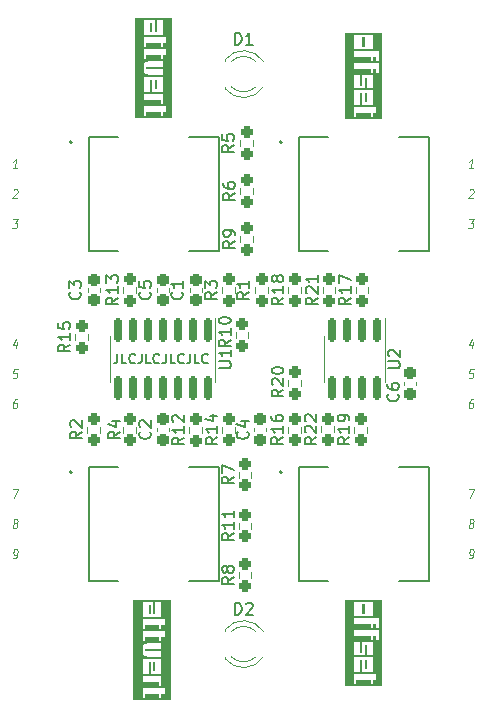
<source format=gbr>
%TF.GenerationSoftware,KiCad,Pcbnew,(6.0.9-0)*%
%TF.CreationDate,2024-03-22T17:08:36+01:00*%
%TF.ProjectId,attenuverters,61747465-6e75-4766-9572-746572732e6b,rev?*%
%TF.SameCoordinates,Original*%
%TF.FileFunction,Legend,Top*%
%TF.FilePolarity,Positive*%
%FSLAX46Y46*%
G04 Gerber Fmt 4.6, Leading zero omitted, Abs format (unit mm)*
G04 Created by KiCad (PCBNEW (6.0.9-0)) date 2024-03-22 17:08:36*
%MOMM*%
%LPD*%
G01*
G04 APERTURE LIST*
G04 Aperture macros list*
%AMRoundRect*
0 Rectangle with rounded corners*
0 $1 Rounding radius*
0 $2 $3 $4 $5 $6 $7 $8 $9 X,Y pos of 4 corners*
0 Add a 4 corners polygon primitive as box body*
4,1,4,$2,$3,$4,$5,$6,$7,$8,$9,$2,$3,0*
0 Add four circle primitives for the rounded corners*
1,1,$1+$1,$2,$3*
1,1,$1+$1,$4,$5*
1,1,$1+$1,$6,$7*
1,1,$1+$1,$8,$9*
0 Add four rect primitives between the rounded corners*
20,1,$1+$1,$2,$3,$4,$5,0*
20,1,$1+$1,$4,$5,$6,$7,0*
20,1,$1+$1,$6,$7,$8,$9,0*
20,1,$1+$1,$8,$9,$2,$3,0*%
G04 Aperture macros list end*
%ADD10C,0.150000*%
%ADD11C,0.120000*%
%ADD12C,0.100000*%
%ADD13C,0.127000*%
%ADD14C,0.200000*%
%ADD15RoundRect,0.237500X-0.237500X0.250000X-0.237500X-0.250000X0.237500X-0.250000X0.237500X0.250000X0*%
%ADD16RoundRect,0.237500X0.237500X-0.250000X0.237500X0.250000X-0.237500X0.250000X-0.237500X-0.250000X0*%
%ADD17RoundRect,0.237500X0.237500X-0.300000X0.237500X0.300000X-0.237500X0.300000X-0.237500X-0.300000X0*%
%ADD18R,1.800000X1.800000*%
%ADD19C,1.800000*%
%ADD20R,1.700000X1.700000*%
%ADD21O,1.700000X1.700000*%
%ADD22O,5.400000X2.700000*%
%ADD23C,3.200000*%
%ADD24RoundRect,0.237500X-0.237500X0.300000X-0.237500X-0.300000X0.237500X-0.300000X0.237500X0.300000X0*%
%ADD25C,5.500000*%
%ADD26RoundRect,0.150000X-0.150000X0.825000X-0.150000X-0.825000X0.150000X-0.825000X0.150000X0.825000X0*%
G04 APERTURE END LIST*
D10*
X9639761Y-28771904D02*
X9639761Y-29343333D01*
X9601666Y-29457619D01*
X9525476Y-29533809D01*
X9411190Y-29571904D01*
X9335000Y-29571904D01*
X10401666Y-29571904D02*
X10020714Y-29571904D01*
X10020714Y-28771904D01*
X11125476Y-29495714D02*
X11087380Y-29533809D01*
X10973095Y-29571904D01*
X10896904Y-29571904D01*
X10782619Y-29533809D01*
X10706428Y-29457619D01*
X10668333Y-29381428D01*
X10630238Y-29229047D01*
X10630238Y-29114761D01*
X10668333Y-28962380D01*
X10706428Y-28886190D01*
X10782619Y-28810000D01*
X10896904Y-28771904D01*
X10973095Y-28771904D01*
X11087380Y-28810000D01*
X11125476Y-28848095D01*
X11696904Y-28771904D02*
X11696904Y-29343333D01*
X11658809Y-29457619D01*
X11582619Y-29533809D01*
X11468333Y-29571904D01*
X11392142Y-29571904D01*
X12458809Y-29571904D02*
X12077857Y-29571904D01*
X12077857Y-28771904D01*
X13182619Y-29495714D02*
X13144523Y-29533809D01*
X13030238Y-29571904D01*
X12954047Y-29571904D01*
X12839761Y-29533809D01*
X12763571Y-29457619D01*
X12725476Y-29381428D01*
X12687380Y-29229047D01*
X12687380Y-29114761D01*
X12725476Y-28962380D01*
X12763571Y-28886190D01*
X12839761Y-28810000D01*
X12954047Y-28771904D01*
X13030238Y-28771904D01*
X13144523Y-28810000D01*
X13182619Y-28848095D01*
X13754047Y-28771904D02*
X13754047Y-29343333D01*
X13715952Y-29457619D01*
X13639761Y-29533809D01*
X13525476Y-29571904D01*
X13449285Y-29571904D01*
X14515952Y-29571904D02*
X14135000Y-29571904D01*
X14135000Y-28771904D01*
X15239761Y-29495714D02*
X15201666Y-29533809D01*
X15087380Y-29571904D01*
X15011190Y-29571904D01*
X14896904Y-29533809D01*
X14820714Y-29457619D01*
X14782619Y-29381428D01*
X14744523Y-29229047D01*
X14744523Y-29114761D01*
X14782619Y-28962380D01*
X14820714Y-28886190D01*
X14896904Y-28810000D01*
X15011190Y-28771904D01*
X15087380Y-28771904D01*
X15201666Y-28810000D01*
X15239761Y-28848095D01*
X15811190Y-28771904D02*
X15811190Y-29343333D01*
X15773095Y-29457619D01*
X15696904Y-29533809D01*
X15582619Y-29571904D01*
X15506428Y-29571904D01*
X16573095Y-29571904D02*
X16192142Y-29571904D01*
X16192142Y-28771904D01*
X17296904Y-29495714D02*
X17258809Y-29533809D01*
X17144523Y-29571904D01*
X17068333Y-29571904D01*
X16954047Y-29533809D01*
X16877857Y-29457619D01*
X16839761Y-29381428D01*
X16801666Y-29229047D01*
X16801666Y-29114761D01*
X16839761Y-28962380D01*
X16877857Y-28886190D01*
X16954047Y-28810000D01*
X17068333Y-28771904D01*
X17144523Y-28771904D01*
X17258809Y-28810000D01*
X17296904Y-28848095D01*
D11*
X39719690Y-13061904D02*
X39376833Y-13061904D01*
X39548261Y-13061904D02*
X39648261Y-12261904D01*
X39576833Y-12376190D01*
X39510166Y-12452380D01*
X39448261Y-12490476D01*
D12*
X940261Y-43084761D02*
X887880Y-43046666D01*
X864071Y-43008571D01*
X845023Y-42932380D01*
X849785Y-42894285D01*
X887880Y-42818095D01*
X921214Y-42780000D01*
X983119Y-42741904D01*
X1097404Y-42741904D01*
X1149785Y-42780000D01*
X1173595Y-42818095D01*
X1192642Y-42894285D01*
X1187880Y-42932380D01*
X1149785Y-43008571D01*
X1116452Y-43046666D01*
X1054547Y-43084761D01*
X940261Y-43084761D01*
X878357Y-43122857D01*
X845023Y-43160952D01*
X806928Y-43237142D01*
X787880Y-43389523D01*
X806928Y-43465714D01*
X830738Y-43503809D01*
X883119Y-43541904D01*
X997404Y-43541904D01*
X1059309Y-43503809D01*
X1092642Y-43465714D01*
X1130738Y-43389523D01*
X1149785Y-43237142D01*
X1130738Y-43160952D01*
X1106928Y-43122857D01*
X1054547Y-43084761D01*
X840261Y-40201904D02*
X1240261Y-40201904D01*
X883119Y-41001904D01*
D11*
X39467309Y-14878095D02*
X39500642Y-14840000D01*
X39562547Y-14801904D01*
X39705404Y-14801904D01*
X39757785Y-14840000D01*
X39781595Y-14878095D01*
X39800642Y-14954285D01*
X39791119Y-15030476D01*
X39748261Y-15144761D01*
X39348261Y-15601904D01*
X39719690Y-15601904D01*
D12*
X39433976Y-46081904D02*
X39548261Y-46081904D01*
X39610166Y-46043809D01*
X39643500Y-46005714D01*
X39714928Y-45891428D01*
X39762547Y-45739047D01*
X39800642Y-45434285D01*
X39781595Y-45358095D01*
X39757785Y-45320000D01*
X39705404Y-45281904D01*
X39591119Y-45281904D01*
X39529214Y-45320000D01*
X39495880Y-45358095D01*
X39457785Y-45434285D01*
X39433976Y-45624761D01*
X39453023Y-45700952D01*
X39476833Y-45739047D01*
X39529214Y-45777142D01*
X39643500Y-45777142D01*
X39705404Y-45739047D01*
X39738738Y-45700952D01*
X39776833Y-45624761D01*
D11*
X1183119Y-30041904D02*
X897404Y-30041904D01*
X821214Y-30422857D01*
X854547Y-30384761D01*
X916452Y-30346666D01*
X1059309Y-30346666D01*
X1111690Y-30384761D01*
X1135500Y-30422857D01*
X1154547Y-30499047D01*
X1130738Y-30689523D01*
X1092642Y-30765714D01*
X1059309Y-30803809D01*
X997404Y-30841904D01*
X854547Y-30841904D01*
X802166Y-30803809D01*
X778357Y-30765714D01*
X1121214Y-27768571D02*
X1054547Y-28301904D01*
X1016452Y-27463809D02*
X802166Y-28035238D01*
X1173595Y-28035238D01*
X1111690Y-13061904D02*
X768833Y-13061904D01*
X940261Y-13061904D02*
X1040261Y-12261904D01*
X968833Y-12376190D01*
X902166Y-12452380D01*
X840261Y-12490476D01*
X859309Y-14878095D02*
X892642Y-14840000D01*
X954547Y-14801904D01*
X1097404Y-14801904D01*
X1149785Y-14840000D01*
X1173595Y-14878095D01*
X1192642Y-14954285D01*
X1183119Y-15030476D01*
X1140261Y-15144761D01*
X740261Y-15601904D01*
X1111690Y-15601904D01*
X39791119Y-30041904D02*
X39505404Y-30041904D01*
X39429214Y-30422857D01*
X39462547Y-30384761D01*
X39524452Y-30346666D01*
X39667309Y-30346666D01*
X39719690Y-30384761D01*
X39743500Y-30422857D01*
X39762547Y-30499047D01*
X39738738Y-30689523D01*
X39700642Y-30765714D01*
X39667309Y-30803809D01*
X39605404Y-30841904D01*
X39462547Y-30841904D01*
X39410166Y-30803809D01*
X39386357Y-30765714D01*
D12*
X39762547Y-32581904D02*
X39648261Y-32581904D01*
X39586357Y-32620000D01*
X39553023Y-32658095D01*
X39481595Y-32772380D01*
X39433976Y-32924761D01*
X39395880Y-33229523D01*
X39414928Y-33305714D01*
X39438738Y-33343809D01*
X39491119Y-33381904D01*
X39605404Y-33381904D01*
X39667309Y-33343809D01*
X39700642Y-33305714D01*
X39738738Y-33229523D01*
X39762547Y-33039047D01*
X39743500Y-32962857D01*
X39719690Y-32924761D01*
X39667309Y-32886666D01*
X39553023Y-32886666D01*
X39491119Y-32924761D01*
X39457785Y-32962857D01*
X39419690Y-33039047D01*
D11*
X39729214Y-27768571D02*
X39662547Y-28301904D01*
X39624452Y-27463809D02*
X39410166Y-28035238D01*
X39781595Y-28035238D01*
D12*
X39548261Y-43084761D02*
X39495880Y-43046666D01*
X39472071Y-43008571D01*
X39453023Y-42932380D01*
X39457785Y-42894285D01*
X39495880Y-42818095D01*
X39529214Y-42780000D01*
X39591119Y-42741904D01*
X39705404Y-42741904D01*
X39757785Y-42780000D01*
X39781595Y-42818095D01*
X39800642Y-42894285D01*
X39795880Y-42932380D01*
X39757785Y-43008571D01*
X39724452Y-43046666D01*
X39662547Y-43084761D01*
X39548261Y-43084761D01*
X39486357Y-43122857D01*
X39453023Y-43160952D01*
X39414928Y-43237142D01*
X39395880Y-43389523D01*
X39414928Y-43465714D01*
X39438738Y-43503809D01*
X39491119Y-43541904D01*
X39605404Y-43541904D01*
X39667309Y-43503809D01*
X39700642Y-43465714D01*
X39738738Y-43389523D01*
X39757785Y-43237142D01*
X39738738Y-43160952D01*
X39714928Y-43122857D01*
X39662547Y-43084761D01*
X1154547Y-32581904D02*
X1040261Y-32581904D01*
X978357Y-32620000D01*
X945023Y-32658095D01*
X873595Y-32772380D01*
X825976Y-32924761D01*
X787880Y-33229523D01*
X806928Y-33305714D01*
X830738Y-33343809D01*
X883119Y-33381904D01*
X997404Y-33381904D01*
X1059309Y-33343809D01*
X1092642Y-33305714D01*
X1130738Y-33229523D01*
X1154547Y-33039047D01*
X1135500Y-32962857D01*
X1111690Y-32924761D01*
X1059309Y-32886666D01*
X945023Y-32886666D01*
X883119Y-32924761D01*
X849785Y-32962857D01*
X811690Y-33039047D01*
D11*
X840261Y-17341904D02*
X1211690Y-17341904D01*
X973595Y-17646666D01*
X1059309Y-17646666D01*
X1111690Y-17684761D01*
X1135500Y-17722857D01*
X1154547Y-17799047D01*
X1130738Y-17989523D01*
X1092642Y-18065714D01*
X1059309Y-18103809D01*
X997404Y-18141904D01*
X825976Y-18141904D01*
X773595Y-18103809D01*
X749785Y-18065714D01*
D12*
X825976Y-46081904D02*
X940261Y-46081904D01*
X1002166Y-46043809D01*
X1035500Y-46005714D01*
X1106928Y-45891428D01*
X1154547Y-45739047D01*
X1192642Y-45434285D01*
X1173595Y-45358095D01*
X1149785Y-45320000D01*
X1097404Y-45281904D01*
X983119Y-45281904D01*
X921214Y-45320000D01*
X887880Y-45358095D01*
X849785Y-45434285D01*
X825976Y-45624761D01*
X845023Y-45700952D01*
X868833Y-45739047D01*
X921214Y-45777142D01*
X1035500Y-45777142D01*
X1097404Y-45739047D01*
X1130738Y-45700952D01*
X1168833Y-45624761D01*
X39448261Y-40201904D02*
X39848261Y-40201904D01*
X39491119Y-41001904D01*
D11*
X39448261Y-17341904D02*
X39819690Y-17341904D01*
X39581595Y-17646666D01*
X39667309Y-17646666D01*
X39719690Y-17684761D01*
X39743500Y-17722857D01*
X39762547Y-17799047D01*
X39738738Y-17989523D01*
X39700642Y-18065714D01*
X39667309Y-18103809D01*
X39605404Y-18141904D01*
X39433976Y-18141904D01*
X39381595Y-18103809D01*
X39357785Y-18065714D01*
D10*
%TO.C,R11*%
X19502380Y-43949857D02*
X19026190Y-44283190D01*
X19502380Y-44521285D02*
X18502380Y-44521285D01*
X18502380Y-44140333D01*
X18550000Y-44045095D01*
X18597619Y-43997476D01*
X18692857Y-43949857D01*
X18835714Y-43949857D01*
X18930952Y-43997476D01*
X18978571Y-44045095D01*
X19026190Y-44140333D01*
X19026190Y-44521285D01*
X19502380Y-42997476D02*
X19502380Y-43568904D01*
X19502380Y-43283190D02*
X18502380Y-43283190D01*
X18645238Y-43378428D01*
X18740476Y-43473666D01*
X18788095Y-43568904D01*
X19502380Y-42045095D02*
X19502380Y-42616523D01*
X19502380Y-42330809D02*
X18502380Y-42330809D01*
X18645238Y-42426047D01*
X18740476Y-42521285D01*
X18788095Y-42616523D01*
%TO.C,R5*%
X19502380Y-11088666D02*
X19026190Y-11422000D01*
X19502380Y-11660095D02*
X18502380Y-11660095D01*
X18502380Y-11279142D01*
X18550000Y-11183904D01*
X18597619Y-11136285D01*
X18692857Y-11088666D01*
X18835714Y-11088666D01*
X18930952Y-11136285D01*
X18978571Y-11183904D01*
X19026190Y-11279142D01*
X19026190Y-11660095D01*
X18502380Y-10183904D02*
X18502380Y-10660095D01*
X18978571Y-10707714D01*
X18930952Y-10660095D01*
X18883333Y-10564857D01*
X18883333Y-10326761D01*
X18930952Y-10231523D01*
X18978571Y-10183904D01*
X19073809Y-10136285D01*
X19311904Y-10136285D01*
X19407142Y-10183904D01*
X19454761Y-10231523D01*
X19502380Y-10326761D01*
X19502380Y-10564857D01*
X19454761Y-10660095D01*
X19407142Y-10707714D01*
%TO.C,R2*%
X6642380Y-35345666D02*
X6166190Y-35679000D01*
X6642380Y-35917095D02*
X5642380Y-35917095D01*
X5642380Y-35536142D01*
X5690000Y-35440904D01*
X5737619Y-35393285D01*
X5832857Y-35345666D01*
X5975714Y-35345666D01*
X6070952Y-35393285D01*
X6118571Y-35440904D01*
X6166190Y-35536142D01*
X6166190Y-35917095D01*
X5737619Y-34964714D02*
X5690000Y-34917095D01*
X5642380Y-34821857D01*
X5642380Y-34583761D01*
X5690000Y-34488523D01*
X5737619Y-34440904D01*
X5832857Y-34393285D01*
X5928095Y-34393285D01*
X6070952Y-34440904D01*
X6642380Y-35012333D01*
X6642380Y-34393285D01*
%TO.C,R18*%
X23693380Y-24010857D02*
X23217190Y-24344190D01*
X23693380Y-24582285D02*
X22693380Y-24582285D01*
X22693380Y-24201333D01*
X22741000Y-24106095D01*
X22788619Y-24058476D01*
X22883857Y-24010857D01*
X23026714Y-24010857D01*
X23121952Y-24058476D01*
X23169571Y-24106095D01*
X23217190Y-24201333D01*
X23217190Y-24582285D01*
X23693380Y-23058476D02*
X23693380Y-23629904D01*
X23693380Y-23344190D02*
X22693380Y-23344190D01*
X22836238Y-23439428D01*
X22931476Y-23534666D01*
X22979095Y-23629904D01*
X23121952Y-22487047D02*
X23074333Y-22582285D01*
X23026714Y-22629904D01*
X22931476Y-22677523D01*
X22883857Y-22677523D01*
X22788619Y-22629904D01*
X22741000Y-22582285D01*
X22693380Y-22487047D01*
X22693380Y-22296571D01*
X22741000Y-22201333D01*
X22788619Y-22153714D01*
X22883857Y-22106095D01*
X22931476Y-22106095D01*
X23026714Y-22153714D01*
X23074333Y-22201333D01*
X23121952Y-22296571D01*
X23121952Y-22487047D01*
X23169571Y-22582285D01*
X23217190Y-22629904D01*
X23312428Y-22677523D01*
X23502904Y-22677523D01*
X23598142Y-22629904D01*
X23645761Y-22582285D01*
X23693380Y-22487047D01*
X23693380Y-22296571D01*
X23645761Y-22201333D01*
X23598142Y-22153714D01*
X23502904Y-22106095D01*
X23312428Y-22106095D01*
X23217190Y-22153714D01*
X23169571Y-22201333D01*
X23121952Y-22296571D01*
%TO.C,C4*%
X20644142Y-35345666D02*
X20691761Y-35393285D01*
X20739380Y-35536142D01*
X20739380Y-35631380D01*
X20691761Y-35774238D01*
X20596523Y-35869476D01*
X20501285Y-35917095D01*
X20310809Y-35964714D01*
X20167952Y-35964714D01*
X19977476Y-35917095D01*
X19882238Y-35869476D01*
X19787000Y-35774238D01*
X19739380Y-35631380D01*
X19739380Y-35536142D01*
X19787000Y-35393285D01*
X19834619Y-35345666D01*
X20072714Y-34488523D02*
X20739380Y-34488523D01*
X19691761Y-34726619D02*
X20406047Y-34964714D01*
X20406047Y-34345666D01*
%TO.C,D2*%
X19581904Y-50832380D02*
X19581904Y-49832380D01*
X19820000Y-49832380D01*
X19962857Y-49880000D01*
X20058095Y-49975238D01*
X20105714Y-50070476D01*
X20153333Y-50260952D01*
X20153333Y-50403809D01*
X20105714Y-50594285D01*
X20058095Y-50689523D01*
X19962857Y-50784761D01*
X19820000Y-50832380D01*
X19581904Y-50832380D01*
X20534285Y-49927619D02*
X20581904Y-49880000D01*
X20677142Y-49832380D01*
X20915238Y-49832380D01*
X21010476Y-49880000D01*
X21058095Y-49927619D01*
X21105714Y-50022857D01*
X21105714Y-50118095D01*
X21058095Y-50260952D01*
X20486666Y-50832380D01*
X21105714Y-50832380D01*
%TO.C,D1*%
X19581904Y-2572380D02*
X19581904Y-1572380D01*
X19820000Y-1572380D01*
X19962857Y-1620000D01*
X20058095Y-1715238D01*
X20105714Y-1810476D01*
X20153333Y-2000952D01*
X20153333Y-2143809D01*
X20105714Y-2334285D01*
X20058095Y-2429523D01*
X19962857Y-2524761D01*
X19820000Y-2572380D01*
X19581904Y-2572380D01*
X21105714Y-2572380D02*
X20534285Y-2572380D01*
X20820000Y-2572380D02*
X20820000Y-1572380D01*
X20724761Y-1715238D01*
X20629523Y-1810476D01*
X20534285Y-1858095D01*
%TO.C,R20*%
X23693380Y-31781357D02*
X23217190Y-32114690D01*
X23693380Y-32352785D02*
X22693380Y-32352785D01*
X22693380Y-31971833D01*
X22741000Y-31876595D01*
X22788619Y-31828976D01*
X22883857Y-31781357D01*
X23026714Y-31781357D01*
X23121952Y-31828976D01*
X23169571Y-31876595D01*
X23217190Y-31971833D01*
X23217190Y-32352785D01*
X22788619Y-31400404D02*
X22741000Y-31352785D01*
X22693380Y-31257547D01*
X22693380Y-31019452D01*
X22741000Y-30924214D01*
X22788619Y-30876595D01*
X22883857Y-30828976D01*
X22979095Y-30828976D01*
X23121952Y-30876595D01*
X23693380Y-31448023D01*
X23693380Y-30828976D01*
X22693380Y-30209928D02*
X22693380Y-30114690D01*
X22741000Y-30019452D01*
X22788619Y-29971833D01*
X22883857Y-29924214D01*
X23074333Y-29876595D01*
X23312428Y-29876595D01*
X23502904Y-29924214D01*
X23598142Y-29971833D01*
X23645761Y-30019452D01*
X23693380Y-30114690D01*
X23693380Y-30209928D01*
X23645761Y-30305166D01*
X23598142Y-30352785D01*
X23502904Y-30400404D01*
X23312428Y-30448023D01*
X23074333Y-30448023D01*
X22883857Y-30400404D01*
X22788619Y-30352785D01*
X22741000Y-30305166D01*
X22693380Y-30209928D01*
%TO.C,R21*%
X26581380Y-24010857D02*
X26105190Y-24344190D01*
X26581380Y-24582285D02*
X25581380Y-24582285D01*
X25581380Y-24201333D01*
X25629000Y-24106095D01*
X25676619Y-24058476D01*
X25771857Y-24010857D01*
X25914714Y-24010857D01*
X26009952Y-24058476D01*
X26057571Y-24106095D01*
X26105190Y-24201333D01*
X26105190Y-24582285D01*
X25676619Y-23629904D02*
X25629000Y-23582285D01*
X25581380Y-23487047D01*
X25581380Y-23248952D01*
X25629000Y-23153714D01*
X25676619Y-23106095D01*
X25771857Y-23058476D01*
X25867095Y-23058476D01*
X26009952Y-23106095D01*
X26581380Y-23677523D01*
X26581380Y-23058476D01*
X26581380Y-22106095D02*
X26581380Y-22677523D01*
X26581380Y-22391809D02*
X25581380Y-22391809D01*
X25724238Y-22487047D01*
X25819476Y-22582285D01*
X25867095Y-22677523D01*
%TO.C,R22*%
X26487380Y-35798357D02*
X26011190Y-36131690D01*
X26487380Y-36369785D02*
X25487380Y-36369785D01*
X25487380Y-35988833D01*
X25535000Y-35893595D01*
X25582619Y-35845976D01*
X25677857Y-35798357D01*
X25820714Y-35798357D01*
X25915952Y-35845976D01*
X25963571Y-35893595D01*
X26011190Y-35988833D01*
X26011190Y-36369785D01*
X25582619Y-35417404D02*
X25535000Y-35369785D01*
X25487380Y-35274547D01*
X25487380Y-35036452D01*
X25535000Y-34941214D01*
X25582619Y-34893595D01*
X25677857Y-34845976D01*
X25773095Y-34845976D01*
X25915952Y-34893595D01*
X26487380Y-35465023D01*
X26487380Y-34845976D01*
X25582619Y-34465023D02*
X25535000Y-34417404D01*
X25487380Y-34322166D01*
X25487380Y-34084071D01*
X25535000Y-33988833D01*
X25582619Y-33941214D01*
X25677857Y-33893595D01*
X25773095Y-33893595D01*
X25915952Y-33941214D01*
X26487380Y-34512642D01*
X26487380Y-33893595D01*
%TO.C,C1*%
X15089142Y-23534666D02*
X15136761Y-23582285D01*
X15184380Y-23725142D01*
X15184380Y-23820380D01*
X15136761Y-23963238D01*
X15041523Y-24058476D01*
X14946285Y-24106095D01*
X14755809Y-24153714D01*
X14612952Y-24153714D01*
X14422476Y-24106095D01*
X14327238Y-24058476D01*
X14232000Y-23963238D01*
X14184380Y-23820380D01*
X14184380Y-23725142D01*
X14232000Y-23582285D01*
X14279619Y-23534666D01*
X15184380Y-22582285D02*
X15184380Y-23153714D01*
X15184380Y-22868000D02*
X14184380Y-22868000D01*
X14327238Y-22963238D01*
X14422476Y-23058476D01*
X14470095Y-23153714D01*
%TO.C,R9*%
X19596380Y-19216666D02*
X19120190Y-19550000D01*
X19596380Y-19788095D02*
X18596380Y-19788095D01*
X18596380Y-19407142D01*
X18644000Y-19311904D01*
X18691619Y-19264285D01*
X18786857Y-19216666D01*
X18929714Y-19216666D01*
X19024952Y-19264285D01*
X19072571Y-19311904D01*
X19120190Y-19407142D01*
X19120190Y-19788095D01*
X19596380Y-18740476D02*
X19596380Y-18550000D01*
X19548761Y-18454761D01*
X19501142Y-18407142D01*
X19358285Y-18311904D01*
X19167809Y-18264285D01*
X18786857Y-18264285D01*
X18691619Y-18311904D01*
X18644000Y-18359523D01*
X18596380Y-18454761D01*
X18596380Y-18645238D01*
X18644000Y-18740476D01*
X18691619Y-18788095D01*
X18786857Y-18835714D01*
X19024952Y-18835714D01*
X19120190Y-18788095D01*
X19167809Y-18740476D01*
X19215428Y-18645238D01*
X19215428Y-18454761D01*
X19167809Y-18359523D01*
X19120190Y-18311904D01*
X19024952Y-18264285D01*
%TO.C,C2*%
X12389142Y-35345666D02*
X12436761Y-35393285D01*
X12484380Y-35536142D01*
X12484380Y-35631380D01*
X12436761Y-35774238D01*
X12341523Y-35869476D01*
X12246285Y-35917095D01*
X12055809Y-35964714D01*
X11912952Y-35964714D01*
X11722476Y-35917095D01*
X11627238Y-35869476D01*
X11532000Y-35774238D01*
X11484380Y-35631380D01*
X11484380Y-35536142D01*
X11532000Y-35393285D01*
X11579619Y-35345666D01*
X11579619Y-34964714D02*
X11532000Y-34917095D01*
X11484380Y-34821857D01*
X11484380Y-34583761D01*
X11532000Y-34488523D01*
X11579619Y-34440904D01*
X11674857Y-34393285D01*
X11770095Y-34393285D01*
X11912952Y-34440904D01*
X12484380Y-35012333D01*
X12484380Y-34393285D01*
%TO.C,R6*%
X19596380Y-15152666D02*
X19120190Y-15486000D01*
X19596380Y-15724095D02*
X18596380Y-15724095D01*
X18596380Y-15343142D01*
X18644000Y-15247904D01*
X18691619Y-15200285D01*
X18786857Y-15152666D01*
X18929714Y-15152666D01*
X19024952Y-15200285D01*
X19072571Y-15247904D01*
X19120190Y-15343142D01*
X19120190Y-15724095D01*
X18596380Y-14295523D02*
X18596380Y-14486000D01*
X18644000Y-14581238D01*
X18691619Y-14628857D01*
X18834476Y-14724095D01*
X19024952Y-14771714D01*
X19405904Y-14771714D01*
X19501142Y-14724095D01*
X19548761Y-14676476D01*
X19596380Y-14581238D01*
X19596380Y-14390761D01*
X19548761Y-14295523D01*
X19501142Y-14247904D01*
X19405904Y-14200285D01*
X19167809Y-14200285D01*
X19072571Y-14247904D01*
X19024952Y-14295523D01*
X18977333Y-14390761D01*
X18977333Y-14581238D01*
X19024952Y-14676476D01*
X19072571Y-14724095D01*
X19167809Y-14771714D01*
%TO.C,R15*%
X5626380Y-27971357D02*
X5150190Y-28304690D01*
X5626380Y-28542785D02*
X4626380Y-28542785D01*
X4626380Y-28161833D01*
X4674000Y-28066595D01*
X4721619Y-28018976D01*
X4816857Y-27971357D01*
X4959714Y-27971357D01*
X5054952Y-28018976D01*
X5102571Y-28066595D01*
X5150190Y-28161833D01*
X5150190Y-28542785D01*
X5626380Y-27018976D02*
X5626380Y-27590404D01*
X5626380Y-27304690D02*
X4626380Y-27304690D01*
X4769238Y-27399928D01*
X4864476Y-27495166D01*
X4912095Y-27590404D01*
X4626380Y-26114214D02*
X4626380Y-26590404D01*
X5102571Y-26638023D01*
X5054952Y-26590404D01*
X5007333Y-26495166D01*
X5007333Y-26257071D01*
X5054952Y-26161833D01*
X5102571Y-26114214D01*
X5197809Y-26066595D01*
X5435904Y-26066595D01*
X5531142Y-26114214D01*
X5578761Y-26161833D01*
X5626380Y-26257071D01*
X5626380Y-26495166D01*
X5578761Y-26590404D01*
X5531142Y-26638023D01*
%TO.C,R10*%
X19215380Y-27566857D02*
X18739190Y-27900190D01*
X19215380Y-28138285D02*
X18215380Y-28138285D01*
X18215380Y-27757333D01*
X18263000Y-27662095D01*
X18310619Y-27614476D01*
X18405857Y-27566857D01*
X18548714Y-27566857D01*
X18643952Y-27614476D01*
X18691571Y-27662095D01*
X18739190Y-27757333D01*
X18739190Y-28138285D01*
X19215380Y-26614476D02*
X19215380Y-27185904D01*
X19215380Y-26900190D02*
X18215380Y-26900190D01*
X18358238Y-26995428D01*
X18453476Y-27090666D01*
X18501095Y-27185904D01*
X18215380Y-25995428D02*
X18215380Y-25900190D01*
X18263000Y-25804952D01*
X18310619Y-25757333D01*
X18405857Y-25709714D01*
X18596333Y-25662095D01*
X18834428Y-25662095D01*
X19024904Y-25709714D01*
X19120142Y-25757333D01*
X19167761Y-25804952D01*
X19215380Y-25900190D01*
X19215380Y-25995428D01*
X19167761Y-26090666D01*
X19120142Y-26138285D01*
X19024904Y-26185904D01*
X18834428Y-26233523D01*
X18596333Y-26233523D01*
X18405857Y-26185904D01*
X18310619Y-26138285D01*
X18263000Y-26090666D01*
X18215380Y-25995428D01*
%TO.C,R1*%
X20772380Y-23534666D02*
X20296190Y-23868000D01*
X20772380Y-24106095D02*
X19772380Y-24106095D01*
X19772380Y-23725142D01*
X19820000Y-23629904D01*
X19867619Y-23582285D01*
X19962857Y-23534666D01*
X20105714Y-23534666D01*
X20200952Y-23582285D01*
X20248571Y-23629904D01*
X20296190Y-23725142D01*
X20296190Y-24106095D01*
X20772380Y-22582285D02*
X20772380Y-23153714D01*
X20772380Y-22868000D02*
X19772380Y-22868000D01*
X19915238Y-22963238D01*
X20010476Y-23058476D01*
X20058095Y-23153714D01*
%TO.C,R13*%
X9690380Y-24010857D02*
X9214190Y-24344190D01*
X9690380Y-24582285D02*
X8690380Y-24582285D01*
X8690380Y-24201333D01*
X8738000Y-24106095D01*
X8785619Y-24058476D01*
X8880857Y-24010857D01*
X9023714Y-24010857D01*
X9118952Y-24058476D01*
X9166571Y-24106095D01*
X9214190Y-24201333D01*
X9214190Y-24582285D01*
X9690380Y-23058476D02*
X9690380Y-23629904D01*
X9690380Y-23344190D02*
X8690380Y-23344190D01*
X8833238Y-23439428D01*
X8928476Y-23534666D01*
X8976095Y-23629904D01*
X8690380Y-22725142D02*
X8690380Y-22106095D01*
X9071333Y-22439428D01*
X9071333Y-22296571D01*
X9118952Y-22201333D01*
X9166571Y-22153714D01*
X9261809Y-22106095D01*
X9499904Y-22106095D01*
X9595142Y-22153714D01*
X9642761Y-22201333D01*
X9690380Y-22296571D01*
X9690380Y-22582285D01*
X9642761Y-22677523D01*
X9595142Y-22725142D01*
%TO.C,R7*%
X19469380Y-39155666D02*
X18993190Y-39489000D01*
X19469380Y-39727095D02*
X18469380Y-39727095D01*
X18469380Y-39346142D01*
X18517000Y-39250904D01*
X18564619Y-39203285D01*
X18659857Y-39155666D01*
X18802714Y-39155666D01*
X18897952Y-39203285D01*
X18945571Y-39250904D01*
X18993190Y-39346142D01*
X18993190Y-39727095D01*
X18469380Y-38822333D02*
X18469380Y-38155666D01*
X19469380Y-38584238D01*
%TO.C,C3*%
X6453142Y-23534666D02*
X6500761Y-23582285D01*
X6548380Y-23725142D01*
X6548380Y-23820380D01*
X6500761Y-23963238D01*
X6405523Y-24058476D01*
X6310285Y-24106095D01*
X6119809Y-24153714D01*
X5976952Y-24153714D01*
X5786476Y-24106095D01*
X5691238Y-24058476D01*
X5596000Y-23963238D01*
X5548380Y-23820380D01*
X5548380Y-23725142D01*
X5596000Y-23582285D01*
X5643619Y-23534666D01*
X5548380Y-23201333D02*
X5548380Y-22582285D01*
X5929333Y-22915619D01*
X5929333Y-22772761D01*
X5976952Y-22677523D01*
X6024571Y-22629904D01*
X6119809Y-22582285D01*
X6357904Y-22582285D01*
X6453142Y-22629904D01*
X6500761Y-22677523D01*
X6548380Y-22772761D01*
X6548380Y-23058476D01*
X6500761Y-23153714D01*
X6453142Y-23201333D01*
%TO.C,C6*%
X33377142Y-32170666D02*
X33424761Y-32218285D01*
X33472380Y-32361142D01*
X33472380Y-32456380D01*
X33424761Y-32599238D01*
X33329523Y-32694476D01*
X33234285Y-32742095D01*
X33043809Y-32789714D01*
X32900952Y-32789714D01*
X32710476Y-32742095D01*
X32615238Y-32694476D01*
X32520000Y-32599238D01*
X32472380Y-32456380D01*
X32472380Y-32361142D01*
X32520000Y-32218285D01*
X32567619Y-32170666D01*
X32472380Y-31313523D02*
X32472380Y-31504000D01*
X32520000Y-31599238D01*
X32567619Y-31646857D01*
X32710476Y-31742095D01*
X32900952Y-31789714D01*
X33281904Y-31789714D01*
X33377142Y-31742095D01*
X33424761Y-31694476D01*
X33472380Y-31599238D01*
X33472380Y-31408761D01*
X33424761Y-31313523D01*
X33377142Y-31265904D01*
X33281904Y-31218285D01*
X33043809Y-31218285D01*
X32948571Y-31265904D01*
X32900952Y-31313523D01*
X32853333Y-31408761D01*
X32853333Y-31599238D01*
X32900952Y-31694476D01*
X32948571Y-31742095D01*
X33043809Y-31789714D01*
%TO.C,R3*%
X18072380Y-23534666D02*
X17596190Y-23868000D01*
X18072380Y-24106095D02*
X17072380Y-24106095D01*
X17072380Y-23725142D01*
X17120000Y-23629904D01*
X17167619Y-23582285D01*
X17262857Y-23534666D01*
X17405714Y-23534666D01*
X17500952Y-23582285D01*
X17548571Y-23629904D01*
X17596190Y-23725142D01*
X17596190Y-24106095D01*
X17072380Y-23201333D02*
X17072380Y-22582285D01*
X17453333Y-22915619D01*
X17453333Y-22772761D01*
X17500952Y-22677523D01*
X17548571Y-22629904D01*
X17643809Y-22582285D01*
X17881904Y-22582285D01*
X17977142Y-22629904D01*
X18024761Y-22677523D01*
X18072380Y-22772761D01*
X18072380Y-23058476D01*
X18024761Y-23153714D01*
X17977142Y-23201333D01*
%TO.C,U2*%
X32570380Y-29971904D02*
X33379904Y-29971904D01*
X33475142Y-29924285D01*
X33522761Y-29876666D01*
X33570380Y-29781428D01*
X33570380Y-29590952D01*
X33522761Y-29495714D01*
X33475142Y-29448095D01*
X33379904Y-29400476D01*
X32570380Y-29400476D01*
X32665619Y-28971904D02*
X32618000Y-28924285D01*
X32570380Y-28829047D01*
X32570380Y-28590952D01*
X32618000Y-28495714D01*
X32665619Y-28448095D01*
X32760857Y-28400476D01*
X32856095Y-28400476D01*
X32998952Y-28448095D01*
X33570380Y-29019523D01*
X33570380Y-28400476D01*
%TO.C,C5*%
X12389142Y-23534666D02*
X12436761Y-23582285D01*
X12484380Y-23725142D01*
X12484380Y-23820380D01*
X12436761Y-23963238D01*
X12341523Y-24058476D01*
X12246285Y-24106095D01*
X12055809Y-24153714D01*
X11912952Y-24153714D01*
X11722476Y-24106095D01*
X11627238Y-24058476D01*
X11532000Y-23963238D01*
X11484380Y-23820380D01*
X11484380Y-23725142D01*
X11532000Y-23582285D01*
X11579619Y-23534666D01*
X11484380Y-22629904D02*
X11484380Y-23106095D01*
X11960571Y-23153714D01*
X11912952Y-23106095D01*
X11865333Y-23010857D01*
X11865333Y-22772761D01*
X11912952Y-22677523D01*
X11960571Y-22629904D01*
X12055809Y-22582285D01*
X12293904Y-22582285D01*
X12389142Y-22629904D01*
X12436761Y-22677523D01*
X12484380Y-22772761D01*
X12484380Y-23010857D01*
X12436761Y-23106095D01*
X12389142Y-23153714D01*
%TO.C,R16*%
X23660380Y-35821857D02*
X23184190Y-36155190D01*
X23660380Y-36393285D02*
X22660380Y-36393285D01*
X22660380Y-36012333D01*
X22708000Y-35917095D01*
X22755619Y-35869476D01*
X22850857Y-35821857D01*
X22993714Y-35821857D01*
X23088952Y-35869476D01*
X23136571Y-35917095D01*
X23184190Y-36012333D01*
X23184190Y-36393285D01*
X23660380Y-34869476D02*
X23660380Y-35440904D01*
X23660380Y-35155190D02*
X22660380Y-35155190D01*
X22803238Y-35250428D01*
X22898476Y-35345666D01*
X22946095Y-35440904D01*
X22660380Y-34012333D02*
X22660380Y-34202809D01*
X22708000Y-34298047D01*
X22755619Y-34345666D01*
X22898476Y-34440904D01*
X23088952Y-34488523D01*
X23469904Y-34488523D01*
X23565142Y-34440904D01*
X23612761Y-34393285D01*
X23660380Y-34298047D01*
X23660380Y-34107571D01*
X23612761Y-34012333D01*
X23565142Y-33964714D01*
X23469904Y-33917095D01*
X23231809Y-33917095D01*
X23136571Y-33964714D01*
X23088952Y-34012333D01*
X23041333Y-34107571D01*
X23041333Y-34298047D01*
X23088952Y-34393285D01*
X23136571Y-34440904D01*
X23231809Y-34488523D01*
%TO.C,R14*%
X18105380Y-35821857D02*
X17629190Y-36155190D01*
X18105380Y-36393285D02*
X17105380Y-36393285D01*
X17105380Y-36012333D01*
X17153000Y-35917095D01*
X17200619Y-35869476D01*
X17295857Y-35821857D01*
X17438714Y-35821857D01*
X17533952Y-35869476D01*
X17581571Y-35917095D01*
X17629190Y-36012333D01*
X17629190Y-36393285D01*
X18105380Y-34869476D02*
X18105380Y-35440904D01*
X18105380Y-35155190D02*
X17105380Y-35155190D01*
X17248238Y-35250428D01*
X17343476Y-35345666D01*
X17391095Y-35440904D01*
X17438714Y-34012333D02*
X18105380Y-34012333D01*
X17057761Y-34250428D02*
X17772047Y-34488523D01*
X17772047Y-33869476D01*
%TO.C,R8*%
X19502380Y-47664666D02*
X19026190Y-47998000D01*
X19502380Y-48236095D02*
X18502380Y-48236095D01*
X18502380Y-47855142D01*
X18550000Y-47759904D01*
X18597619Y-47712285D01*
X18692857Y-47664666D01*
X18835714Y-47664666D01*
X18930952Y-47712285D01*
X18978571Y-47759904D01*
X19026190Y-47855142D01*
X19026190Y-48236095D01*
X18930952Y-47093238D02*
X18883333Y-47188476D01*
X18835714Y-47236095D01*
X18740476Y-47283714D01*
X18692857Y-47283714D01*
X18597619Y-47236095D01*
X18550000Y-47188476D01*
X18502380Y-47093238D01*
X18502380Y-46902761D01*
X18550000Y-46807523D01*
X18597619Y-46759904D01*
X18692857Y-46712285D01*
X18740476Y-46712285D01*
X18835714Y-46759904D01*
X18883333Y-46807523D01*
X18930952Y-46902761D01*
X18930952Y-47093238D01*
X18978571Y-47188476D01*
X19026190Y-47236095D01*
X19121428Y-47283714D01*
X19311904Y-47283714D01*
X19407142Y-47236095D01*
X19454761Y-47188476D01*
X19502380Y-47093238D01*
X19502380Y-46902761D01*
X19454761Y-46807523D01*
X19407142Y-46759904D01*
X19311904Y-46712285D01*
X19121428Y-46712285D01*
X19026190Y-46759904D01*
X18978571Y-46807523D01*
X18930952Y-46902761D01*
%TO.C,R19*%
X29281380Y-35821857D02*
X28805190Y-36155190D01*
X29281380Y-36393285D02*
X28281380Y-36393285D01*
X28281380Y-36012333D01*
X28329000Y-35917095D01*
X28376619Y-35869476D01*
X28471857Y-35821857D01*
X28614714Y-35821857D01*
X28709952Y-35869476D01*
X28757571Y-35917095D01*
X28805190Y-36012333D01*
X28805190Y-36393285D01*
X29281380Y-34869476D02*
X29281380Y-35440904D01*
X29281380Y-35155190D02*
X28281380Y-35155190D01*
X28424238Y-35250428D01*
X28519476Y-35345666D01*
X28567095Y-35440904D01*
X29281380Y-34393285D02*
X29281380Y-34202809D01*
X29233761Y-34107571D01*
X29186142Y-34059952D01*
X29043285Y-33964714D01*
X28852809Y-33917095D01*
X28471857Y-33917095D01*
X28376619Y-33964714D01*
X28329000Y-34012333D01*
X28281380Y-34107571D01*
X28281380Y-34298047D01*
X28329000Y-34393285D01*
X28376619Y-34440904D01*
X28471857Y-34488523D01*
X28709952Y-34488523D01*
X28805190Y-34440904D01*
X28852809Y-34393285D01*
X28900428Y-34298047D01*
X28900428Y-34107571D01*
X28852809Y-34012333D01*
X28805190Y-33964714D01*
X28709952Y-33917095D01*
%TO.C,R12*%
X15278380Y-35845357D02*
X14802190Y-36178690D01*
X15278380Y-36416785D02*
X14278380Y-36416785D01*
X14278380Y-36035833D01*
X14326000Y-35940595D01*
X14373619Y-35892976D01*
X14468857Y-35845357D01*
X14611714Y-35845357D01*
X14706952Y-35892976D01*
X14754571Y-35940595D01*
X14802190Y-36035833D01*
X14802190Y-36416785D01*
X15278380Y-34892976D02*
X15278380Y-35464404D01*
X15278380Y-35178690D02*
X14278380Y-35178690D01*
X14421238Y-35273928D01*
X14516476Y-35369166D01*
X14564095Y-35464404D01*
X14373619Y-34512023D02*
X14326000Y-34464404D01*
X14278380Y-34369166D01*
X14278380Y-34131071D01*
X14326000Y-34035833D01*
X14373619Y-33988214D01*
X14468857Y-33940595D01*
X14564095Y-33940595D01*
X14706952Y-33988214D01*
X15278380Y-34559642D01*
X15278380Y-33940595D01*
%TO.C,R17*%
X29375380Y-24010857D02*
X28899190Y-24344190D01*
X29375380Y-24582285D02*
X28375380Y-24582285D01*
X28375380Y-24201333D01*
X28423000Y-24106095D01*
X28470619Y-24058476D01*
X28565857Y-24010857D01*
X28708714Y-24010857D01*
X28803952Y-24058476D01*
X28851571Y-24106095D01*
X28899190Y-24201333D01*
X28899190Y-24582285D01*
X29375380Y-23058476D02*
X29375380Y-23629904D01*
X29375380Y-23344190D02*
X28375380Y-23344190D01*
X28518238Y-23439428D01*
X28613476Y-23534666D01*
X28661095Y-23629904D01*
X28375380Y-22725142D02*
X28375380Y-22058476D01*
X29375380Y-22487047D01*
%TO.C,R4*%
X9850380Y-35345666D02*
X9374190Y-35679000D01*
X9850380Y-35917095D02*
X8850380Y-35917095D01*
X8850380Y-35536142D01*
X8898000Y-35440904D01*
X8945619Y-35393285D01*
X9040857Y-35345666D01*
X9183714Y-35345666D01*
X9278952Y-35393285D01*
X9326571Y-35440904D01*
X9374190Y-35536142D01*
X9374190Y-35917095D01*
X9183714Y-34488523D02*
X9850380Y-34488523D01*
X8802761Y-34726619D02*
X9517047Y-34964714D01*
X9517047Y-34345666D01*
%TO.C,U1*%
X18248380Y-29971904D02*
X19057904Y-29971904D01*
X19153142Y-29924285D01*
X19200761Y-29876666D01*
X19248380Y-29781428D01*
X19248380Y-29590952D01*
X19200761Y-29495714D01*
X19153142Y-29448095D01*
X19057904Y-29400476D01*
X18248380Y-29400476D01*
X19248380Y-28400476D02*
X19248380Y-28971904D01*
X19248380Y-28686190D02*
X18248380Y-28686190D01*
X18391238Y-28781428D01*
X18486476Y-28876666D01*
X18534095Y-28971904D01*
D11*
%TO.C,R11*%
X19924500Y-43052276D02*
X19924500Y-43561724D01*
X20969500Y-43052276D02*
X20969500Y-43561724D01*
%TO.C,R5*%
X21096500Y-10667276D02*
X21096500Y-11176724D01*
X20051500Y-10667276D02*
X20051500Y-11176724D01*
%TO.C,R2*%
X8142500Y-35433724D02*
X8142500Y-34924276D01*
X7097500Y-35433724D02*
X7097500Y-34924276D01*
%TO.C,R18*%
X24115500Y-23113276D02*
X24115500Y-23622724D01*
X25160500Y-23113276D02*
X25160500Y-23622724D01*
%TO.C,C4*%
X22227000Y-35325267D02*
X22227000Y-35032733D01*
X21207000Y-35325267D02*
X21207000Y-35032733D01*
%TO.C,D2*%
X18760000Y-54420000D02*
X18760000Y-54576000D01*
X18760000Y-52104000D02*
X18760000Y-52260000D01*
X21361130Y-52260163D02*
G75*
G03*
X19279039Y-52260000I-1041130J-1079837D01*
G01*
X18760000Y-54575516D02*
G75*
G03*
X21992335Y-54418608I1560000J1235516D01*
G01*
X21992335Y-52261392D02*
G75*
G03*
X18760000Y-52104484I-1672335J-1078608D01*
G01*
X19279039Y-54420000D02*
G75*
G03*
X21361130Y-54419837I1040961J1080000D01*
G01*
%TO.C,D1*%
X18760000Y-6160000D02*
X18760000Y-6316000D01*
X18760000Y-3844000D02*
X18760000Y-4000000D01*
X21992335Y-4001392D02*
G75*
G03*
X18760000Y-3844484I-1672335J-1078608D01*
G01*
X19279039Y-6160000D02*
G75*
G03*
X21361130Y-6159837I1040961J1080000D01*
G01*
X21361130Y-4000163D02*
G75*
G03*
X19279039Y-4000000I-1041130J-1079837D01*
G01*
X18760000Y-6315516D02*
G75*
G03*
X21992335Y-6158608I1560000J1235516D01*
G01*
D13*
%TO.C,RV3*%
X24980000Y-20090000D02*
X27460000Y-20090000D01*
X27460000Y-10390000D02*
X24980000Y-10390000D01*
X24980000Y-10390000D02*
X24980000Y-20090000D01*
X35980000Y-10390000D02*
X35980000Y-20090000D01*
X33500000Y-10390000D02*
X35980000Y-10390000D01*
X35980000Y-20090000D02*
X33500000Y-20090000D01*
D14*
X23580000Y-10840000D02*
G75*
G03*
X23580000Y-10840000I-100000J0D01*
G01*
D13*
%TO.C,RV1*%
X15720000Y-10390000D02*
X18200000Y-10390000D01*
X18200000Y-10390000D02*
X18200000Y-20090000D01*
X7200000Y-10390000D02*
X7200000Y-20090000D01*
X7200000Y-20090000D02*
X9680000Y-20090000D01*
X9680000Y-10390000D02*
X7200000Y-10390000D01*
X18200000Y-20090000D02*
X15720000Y-20090000D01*
D14*
X5800000Y-10840000D02*
G75*
G03*
X5800000Y-10840000I-100000J0D01*
G01*
D11*
%TO.C,R20*%
X24115500Y-30987276D02*
X24115500Y-31496724D01*
X25160500Y-30987276D02*
X25160500Y-31496724D01*
%TO.C,R21*%
X28081500Y-23622724D02*
X28081500Y-23113276D01*
X27036500Y-23622724D02*
X27036500Y-23113276D01*
%TO.C,kibuzzard-65FD5706*%
G36*
X32067500Y-52990750D02*
G01*
X32067500Y-54451250D01*
X28892500Y-54451250D01*
X28892500Y-54260750D01*
X29686250Y-54260750D01*
X30575250Y-54260750D01*
X30575250Y-53371750D01*
X30765750Y-53371750D01*
X30765750Y-54260750D01*
X31273750Y-54260750D01*
X31273750Y-53181250D01*
X30384750Y-53181250D01*
X30384750Y-54070250D01*
X30194250Y-54070250D01*
X30194250Y-53181250D01*
X29686250Y-53181250D01*
X29686250Y-54260750D01*
X28892500Y-54260750D01*
X28892500Y-52990750D01*
X32067500Y-52990750D01*
G37*
G36*
X30765750Y-55467250D02*
G01*
X30575250Y-55467250D01*
X30575250Y-54641750D01*
X30765750Y-54641750D01*
X30765750Y-55467250D01*
G37*
G36*
X32067500Y-51974750D02*
G01*
X32067500Y-53181250D01*
X28892500Y-53181250D01*
X28892500Y-52673250D01*
X29686250Y-52673250D01*
X31083250Y-52673250D01*
X31083250Y-52990750D01*
X31273750Y-52990750D01*
X31273750Y-52673250D01*
X31559500Y-52673250D01*
X31559500Y-52990750D01*
X31750000Y-52990750D01*
X31750000Y-52165250D01*
X29686250Y-52165250D01*
X29686250Y-52673250D01*
X28892500Y-52673250D01*
X28892500Y-51974750D01*
X32067500Y-51974750D01*
G37*
G36*
X32067500Y-55657750D02*
G01*
X32067500Y-56864250D01*
X28892500Y-56864250D01*
X28892500Y-56673750D01*
X29686250Y-56673750D01*
X29876750Y-56673750D01*
X29876750Y-56356250D01*
X31083250Y-56356250D01*
X31083250Y-56673750D01*
X31273750Y-56673750D01*
X31273750Y-56356250D01*
X31559500Y-56356250D01*
X31559500Y-55848250D01*
X29686250Y-55848250D01*
X29686250Y-56673750D01*
X28892500Y-56673750D01*
X28892500Y-55657750D01*
X32067500Y-55657750D01*
G37*
G36*
X32067500Y-54260750D02*
G01*
X32067500Y-55848250D01*
X28892500Y-55848250D01*
X28892500Y-55657750D01*
X29686250Y-55657750D01*
X30194250Y-55657750D01*
X30194250Y-54641750D01*
X30384750Y-54641750D01*
X30384750Y-55657750D01*
X31273750Y-55657750D01*
X31273750Y-54451250D01*
X29686250Y-54451250D01*
X29686250Y-55657750D01*
X28892500Y-55657750D01*
X28892500Y-54260750D01*
X32067500Y-54260750D01*
G37*
G36*
X32067500Y-50958750D02*
G01*
X32067500Y-52165250D01*
X28892500Y-52165250D01*
X28892500Y-51657250D01*
X29686250Y-51657250D01*
X31083250Y-51657250D01*
X31083250Y-51974750D01*
X31273750Y-51974750D01*
X31273750Y-51657250D01*
X31559500Y-51657250D01*
X31559500Y-51974750D01*
X31750000Y-51974750D01*
X31750000Y-51149250D01*
X29686250Y-51149250D01*
X29686250Y-51657250D01*
X28892500Y-51657250D01*
X28892500Y-50958750D01*
X32067500Y-50958750D01*
G37*
G36*
X32067500Y-49561750D02*
G01*
X32067500Y-51149250D01*
X28892500Y-51149250D01*
X28892500Y-50958750D01*
X29686250Y-50958750D01*
X31273750Y-50958750D01*
X31273750Y-49752250D01*
X29686250Y-49752250D01*
X29686250Y-50958750D01*
X28892500Y-50958750D01*
X28892500Y-49561750D01*
X32067500Y-49561750D01*
G37*
G36*
X30575250Y-50768250D02*
G01*
X30384750Y-50768250D01*
X30384750Y-49942750D01*
X30575250Y-49942750D01*
X30575250Y-50768250D01*
G37*
%TO.C,R22*%
X27954500Y-34900776D02*
X27954500Y-35410224D01*
X26909500Y-34900776D02*
X26909500Y-35410224D01*
%TO.C,C1*%
X16766000Y-23221733D02*
X16766000Y-23514267D01*
X15746000Y-23221733D02*
X15746000Y-23514267D01*
%TO.C,R9*%
X21096500Y-19304724D02*
X21096500Y-18795276D01*
X20051500Y-19304724D02*
X20051500Y-18795276D01*
%TO.C,C2*%
X13972000Y-35325267D02*
X13972000Y-35032733D01*
X12952000Y-35325267D02*
X12952000Y-35032733D01*
%TO.C,kibuzzard-65FD5706*%
G36*
X32067500Y-2952750D02*
G01*
X32067500Y-4159250D01*
X28892500Y-4159250D01*
X28892500Y-3651250D01*
X29686250Y-3651250D01*
X31083250Y-3651250D01*
X31083250Y-3968750D01*
X31273750Y-3968750D01*
X31273750Y-3651250D01*
X31559500Y-3651250D01*
X31559500Y-3968750D01*
X31750000Y-3968750D01*
X31750000Y-3143250D01*
X29686250Y-3143250D01*
X29686250Y-3651250D01*
X28892500Y-3651250D01*
X28892500Y-2952750D01*
X32067500Y-2952750D01*
G37*
G36*
X30575250Y-2762250D02*
G01*
X30384750Y-2762250D01*
X30384750Y-1936750D01*
X30575250Y-1936750D01*
X30575250Y-2762250D01*
G37*
G36*
X30765750Y-7461250D02*
G01*
X30575250Y-7461250D01*
X30575250Y-6635750D01*
X30765750Y-6635750D01*
X30765750Y-7461250D01*
G37*
G36*
X32067500Y-6254750D02*
G01*
X32067500Y-7842250D01*
X28892500Y-7842250D01*
X28892500Y-7651750D01*
X29686250Y-7651750D01*
X30194250Y-7651750D01*
X30194250Y-6635750D01*
X30384750Y-6635750D01*
X30384750Y-7651750D01*
X31273750Y-7651750D01*
X31273750Y-6445250D01*
X29686250Y-6445250D01*
X29686250Y-7651750D01*
X28892500Y-7651750D01*
X28892500Y-6254750D01*
X32067500Y-6254750D01*
G37*
G36*
X32067500Y-1555750D02*
G01*
X32067500Y-3143250D01*
X28892500Y-3143250D01*
X28892500Y-2952750D01*
X29686250Y-2952750D01*
X31273750Y-2952750D01*
X31273750Y-1746250D01*
X29686250Y-1746250D01*
X29686250Y-2952750D01*
X28892500Y-2952750D01*
X28892500Y-1555750D01*
X32067500Y-1555750D01*
G37*
G36*
X32067500Y-4984750D02*
G01*
X32067500Y-6445250D01*
X28892500Y-6445250D01*
X28892500Y-6254750D01*
X29686250Y-6254750D01*
X30575250Y-6254750D01*
X30575250Y-5365750D01*
X30765750Y-5365750D01*
X30765750Y-6254750D01*
X31273750Y-6254750D01*
X31273750Y-5175250D01*
X30384750Y-5175250D01*
X30384750Y-6064250D01*
X30194250Y-6064250D01*
X30194250Y-5175250D01*
X29686250Y-5175250D01*
X29686250Y-6254750D01*
X28892500Y-6254750D01*
X28892500Y-4984750D01*
X32067500Y-4984750D01*
G37*
G36*
X32067500Y-3968750D02*
G01*
X32067500Y-5175250D01*
X28892500Y-5175250D01*
X28892500Y-4667250D01*
X29686250Y-4667250D01*
X31083250Y-4667250D01*
X31083250Y-4984750D01*
X31273750Y-4984750D01*
X31273750Y-4667250D01*
X31559500Y-4667250D01*
X31559500Y-4984750D01*
X31750000Y-4984750D01*
X31750000Y-4159250D01*
X29686250Y-4159250D01*
X29686250Y-4667250D01*
X28892500Y-4667250D01*
X28892500Y-3968750D01*
X32067500Y-3968750D01*
G37*
G36*
X32067500Y-7651750D02*
G01*
X32067500Y-8858250D01*
X28892500Y-8858250D01*
X28892500Y-8667750D01*
X29686250Y-8667750D01*
X29876750Y-8667750D01*
X29876750Y-8350250D01*
X31083250Y-8350250D01*
X31083250Y-8667750D01*
X31273750Y-8667750D01*
X31273750Y-8350250D01*
X31559500Y-8350250D01*
X31559500Y-7842250D01*
X29686250Y-7842250D01*
X29686250Y-8667750D01*
X28892500Y-8667750D01*
X28892500Y-7651750D01*
X32067500Y-7651750D01*
G37*
%TO.C,R6*%
X20051500Y-15240724D02*
X20051500Y-14731276D01*
X21096500Y-15240724D02*
X21096500Y-14731276D01*
%TO.C,R15*%
X7126500Y-27583224D02*
X7126500Y-27073776D01*
X6081500Y-27583224D02*
X6081500Y-27073776D01*
%TO.C,R10*%
X20715500Y-27432724D02*
X20715500Y-26923276D01*
X19670500Y-27432724D02*
X19670500Y-26923276D01*
D13*
%TO.C,RV2*%
X18200000Y-38330000D02*
X18200000Y-48030000D01*
X15720000Y-38330000D02*
X18200000Y-38330000D01*
X7200000Y-48030000D02*
X9680000Y-48030000D01*
X18200000Y-48030000D02*
X15720000Y-48030000D01*
X9680000Y-38330000D02*
X7200000Y-38330000D01*
X7200000Y-38330000D02*
X7200000Y-48030000D01*
D14*
X5800000Y-38780000D02*
G75*
G03*
X5800000Y-38780000I-100000J0D01*
G01*
D11*
%TO.C,R1*%
X21321500Y-23113276D02*
X21321500Y-23622724D01*
X22366500Y-23113276D02*
X22366500Y-23622724D01*
%TO.C,kibuzzard-65FD570C*%
G36*
X12604750Y-1539875D02*
G01*
X12414250Y-1539875D01*
X12414250Y-714375D01*
X12604750Y-714375D01*
X12604750Y-1539875D01*
G37*
G36*
X14287500Y-7604125D02*
G01*
X14287500Y-8810625D01*
X11112500Y-8810625D01*
X11112500Y-8620125D01*
X11906250Y-8620125D01*
X12096750Y-8620125D01*
X12096750Y-8302625D01*
X13303250Y-8302625D01*
X13303250Y-8620125D01*
X13493750Y-8620125D01*
X13493750Y-8302625D01*
X13779500Y-8302625D01*
X13779500Y-7794625D01*
X11906250Y-7794625D01*
X11906250Y-8620125D01*
X11112500Y-8620125D01*
X11112500Y-7604125D01*
X14287500Y-7604125D01*
G37*
G36*
X14287500Y-333375D02*
G01*
X14287500Y-1920875D01*
X11112500Y-1920875D01*
X11112500Y-1730375D01*
X11906250Y-1730375D01*
X13493750Y-1730375D01*
X13493750Y-523875D01*
X12985750Y-523875D01*
X12985750Y-1539875D01*
X12795250Y-1539875D01*
X12795250Y-523875D01*
X11906250Y-523875D01*
X11906250Y-1730375D01*
X11112500Y-1730375D01*
X11112500Y-333375D01*
X14287500Y-333375D01*
G37*
G36*
X14287500Y-5159375D02*
G01*
X14287500Y-6746875D01*
X11112500Y-6746875D01*
X11112500Y-6556375D01*
X11906250Y-6556375D01*
X12414250Y-6556375D01*
X12414250Y-5540375D01*
X12604750Y-5540375D01*
X12604750Y-6556375D01*
X13493750Y-6556375D01*
X13493750Y-5349875D01*
X11906250Y-5349875D01*
X11906250Y-6556375D01*
X11112500Y-6556375D01*
X11112500Y-5159375D01*
X14287500Y-5159375D01*
G37*
G36*
X14287500Y-3762375D02*
G01*
X14287500Y-5349875D01*
X11112500Y-5349875D01*
X11112500Y-5000625D01*
X11906250Y-5000625D01*
X12350750Y-5159375D01*
X13493750Y-5159375D01*
X13493750Y-4651375D01*
X12096750Y-4651375D01*
X12096750Y-4460875D01*
X13493750Y-4460875D01*
X13493750Y-3952875D01*
X12350750Y-3952875D01*
X11906250Y-4111625D01*
X11906250Y-5000625D01*
X11112500Y-5000625D01*
X11112500Y-3762375D01*
X14287500Y-3762375D01*
G37*
G36*
X14287500Y-2746375D02*
G01*
X14287500Y-3952875D01*
X11112500Y-3952875D01*
X11112500Y-3762375D01*
X11906250Y-3762375D01*
X12096750Y-3762375D01*
X12096750Y-3444875D01*
X13303250Y-3444875D01*
X13303250Y-3762375D01*
X13493750Y-3762375D01*
X13493750Y-3444875D01*
X13779500Y-3444875D01*
X13779500Y-2936875D01*
X11906250Y-2936875D01*
X11906250Y-3762375D01*
X11112500Y-3762375D01*
X11112500Y-2746375D01*
X14287500Y-2746375D01*
G37*
G36*
X14287500Y-1730375D02*
G01*
X14287500Y-2936875D01*
X11112500Y-2936875D01*
X11112500Y-2746375D01*
X11906250Y-2746375D01*
X12096750Y-2746375D01*
X12096750Y-2428875D01*
X13303250Y-2428875D01*
X13303250Y-2746375D01*
X13493750Y-2746375D01*
X13493750Y-2428875D01*
X13779500Y-2428875D01*
X13779500Y-1920875D01*
X11906250Y-1920875D01*
X11906250Y-2746375D01*
X11112500Y-2746375D01*
X11112500Y-1730375D01*
X14287500Y-1730375D01*
G37*
G36*
X12985750Y-6365875D02*
G01*
X12795250Y-6365875D01*
X12795250Y-5540375D01*
X12985750Y-5540375D01*
X12985750Y-6365875D01*
G37*
G36*
X14287500Y-6556375D02*
G01*
X14287500Y-7794625D01*
X11112500Y-7794625D01*
X11112500Y-7254875D01*
X11906250Y-7254875D01*
X13303250Y-7254875D01*
X13303250Y-7604125D01*
X13493750Y-7604125D01*
X13493750Y-6746875D01*
X11906250Y-6746875D01*
X11906250Y-7254875D01*
X11112500Y-7254875D01*
X11112500Y-6556375D01*
X14287500Y-6556375D01*
G37*
%TO.C,R13*%
X10145500Y-23622724D02*
X10145500Y-23113276D01*
X11190500Y-23622724D02*
X11190500Y-23113276D01*
%TO.C,R7*%
X19924500Y-39243724D02*
X19924500Y-38734276D01*
X20969500Y-39243724D02*
X20969500Y-38734276D01*
%TO.C,C3*%
X7110000Y-23221733D02*
X7110000Y-23514267D01*
X8130000Y-23221733D02*
X8130000Y-23514267D01*
%TO.C,C6*%
X33907000Y-31414767D02*
X33907000Y-31122233D01*
X34927000Y-31414767D02*
X34927000Y-31122233D01*
%TO.C,R3*%
X19572500Y-23622724D02*
X19572500Y-23113276D01*
X18527500Y-23622724D02*
X18527500Y-23113276D01*
%TO.C,U2*%
X32278000Y-29210000D02*
X32278000Y-31160000D01*
X27158000Y-29210000D02*
X27158000Y-27260000D01*
X27158000Y-29210000D02*
X27158000Y-31160000D01*
X32278000Y-29210000D02*
X32278000Y-25760000D01*
%TO.C,C5*%
X12952000Y-23514267D02*
X12952000Y-23221733D01*
X13972000Y-23514267D02*
X13972000Y-23221733D01*
%TO.C,R16*%
X25160500Y-35433724D02*
X25160500Y-34924276D01*
X24115500Y-35433724D02*
X24115500Y-34924276D01*
%TO.C,R14*%
X18527500Y-34924276D02*
X18527500Y-35433724D01*
X19572500Y-34924276D02*
X19572500Y-35433724D01*
%TO.C,R8*%
X20969500Y-47243276D02*
X20969500Y-47752724D01*
X19924500Y-47243276D02*
X19924500Y-47752724D01*
%TO.C,R19*%
X29703500Y-34924276D02*
X29703500Y-35433724D01*
X30748500Y-34924276D02*
X30748500Y-35433724D01*
%TO.C,R12*%
X16778500Y-35457224D02*
X16778500Y-34947776D01*
X15733500Y-35457224D02*
X15733500Y-34947776D01*
%TO.C,R17*%
X29830500Y-23622724D02*
X29830500Y-23113276D01*
X30875500Y-23622724D02*
X30875500Y-23113276D01*
%TO.C,R4*%
X10145500Y-34924276D02*
X10145500Y-35433724D01*
X11190500Y-34924276D02*
X11190500Y-35433724D01*
D13*
%TO.C,RV4*%
X27460000Y-38330000D02*
X24980000Y-38330000D01*
X35980000Y-38330000D02*
X35980000Y-48030000D01*
X24980000Y-38330000D02*
X24980000Y-48030000D01*
X24980000Y-48030000D02*
X27460000Y-48030000D01*
X33500000Y-38330000D02*
X35980000Y-38330000D01*
X35980000Y-48030000D02*
X33500000Y-48030000D01*
D14*
X23580000Y-38780000D02*
G75*
G03*
X23580000Y-38780000I-100000J0D01*
G01*
D11*
%TO.C,U1*%
X9027000Y-29210000D02*
X9027000Y-31160000D01*
X17897000Y-29210000D02*
X17897000Y-25760000D01*
X9027000Y-29210000D02*
X9027000Y-27260000D01*
X17897000Y-29210000D02*
X17897000Y-31160000D01*
%TO.C,kibuzzard-65FD570C*%
G36*
X14160500Y-53038375D02*
G01*
X14160500Y-54625875D01*
X10985500Y-54625875D01*
X10985500Y-54276625D01*
X11779250Y-54276625D01*
X12223750Y-54435375D01*
X13366750Y-54435375D01*
X13366750Y-53927375D01*
X11969750Y-53927375D01*
X11969750Y-53736875D01*
X13366750Y-53736875D01*
X13366750Y-53228875D01*
X12223750Y-53228875D01*
X11779250Y-53387625D01*
X11779250Y-54276625D01*
X10985500Y-54276625D01*
X10985500Y-53038375D01*
X14160500Y-53038375D01*
G37*
G36*
X14160500Y-52022375D02*
G01*
X14160500Y-53228875D01*
X10985500Y-53228875D01*
X10985500Y-53038375D01*
X11779250Y-53038375D01*
X11969750Y-53038375D01*
X11969750Y-52720875D01*
X13176250Y-52720875D01*
X13176250Y-53038375D01*
X13366750Y-53038375D01*
X13366750Y-52720875D01*
X13652500Y-52720875D01*
X13652500Y-52212875D01*
X11779250Y-52212875D01*
X11779250Y-53038375D01*
X10985500Y-53038375D01*
X10985500Y-52022375D01*
X14160500Y-52022375D01*
G37*
G36*
X12858750Y-55641875D02*
G01*
X12668250Y-55641875D01*
X12668250Y-54816375D01*
X12858750Y-54816375D01*
X12858750Y-55641875D01*
G37*
G36*
X14160500Y-49609375D02*
G01*
X14160500Y-51196875D01*
X10985500Y-51196875D01*
X10985500Y-51006375D01*
X11779250Y-51006375D01*
X13366750Y-51006375D01*
X13366750Y-49799875D01*
X12858750Y-49799875D01*
X12858750Y-50815875D01*
X12668250Y-50815875D01*
X12668250Y-49799875D01*
X11779250Y-49799875D01*
X11779250Y-51006375D01*
X10985500Y-51006375D01*
X10985500Y-49609375D01*
X14160500Y-49609375D01*
G37*
G36*
X14160500Y-51006375D02*
G01*
X14160500Y-52212875D01*
X10985500Y-52212875D01*
X10985500Y-52022375D01*
X11779250Y-52022375D01*
X11969750Y-52022375D01*
X11969750Y-51704875D01*
X13176250Y-51704875D01*
X13176250Y-52022375D01*
X13366750Y-52022375D01*
X13366750Y-51704875D01*
X13652500Y-51704875D01*
X13652500Y-51196875D01*
X11779250Y-51196875D01*
X11779250Y-52022375D01*
X10985500Y-52022375D01*
X10985500Y-51006375D01*
X14160500Y-51006375D01*
G37*
G36*
X14160500Y-54435375D02*
G01*
X14160500Y-56022875D01*
X10985500Y-56022875D01*
X10985500Y-55832375D01*
X11779250Y-55832375D01*
X12287250Y-55832375D01*
X12287250Y-54816375D01*
X12477750Y-54816375D01*
X12477750Y-55832375D01*
X13366750Y-55832375D01*
X13366750Y-54625875D01*
X11779250Y-54625875D01*
X11779250Y-55832375D01*
X10985500Y-55832375D01*
X10985500Y-54435375D01*
X14160500Y-54435375D01*
G37*
G36*
X12477750Y-50815875D02*
G01*
X12287250Y-50815875D01*
X12287250Y-49990375D01*
X12477750Y-49990375D01*
X12477750Y-50815875D01*
G37*
G36*
X14160500Y-56880125D02*
G01*
X14160500Y-58086625D01*
X10985500Y-58086625D01*
X10985500Y-57896125D01*
X11779250Y-57896125D01*
X11969750Y-57896125D01*
X11969750Y-57578625D01*
X13176250Y-57578625D01*
X13176250Y-57896125D01*
X13366750Y-57896125D01*
X13366750Y-57578625D01*
X13652500Y-57578625D01*
X13652500Y-57070625D01*
X11779250Y-57070625D01*
X11779250Y-57896125D01*
X10985500Y-57896125D01*
X10985500Y-56880125D01*
X14160500Y-56880125D01*
G37*
G36*
X14160500Y-55832375D02*
G01*
X14160500Y-57070625D01*
X10985500Y-57070625D01*
X10985500Y-56530875D01*
X11779250Y-56530875D01*
X13176250Y-56530875D01*
X13176250Y-56880125D01*
X13366750Y-56880125D01*
X13366750Y-56022875D01*
X11779250Y-56022875D01*
X11779250Y-56530875D01*
X10985500Y-56530875D01*
X10985500Y-55832375D01*
X14160500Y-55832375D01*
G37*
%TD*%
%LPC*%
D15*
%TO.C,R11*%
X20447000Y-42394500D03*
X20447000Y-44219500D03*
%TD*%
%TO.C,R5*%
X20574000Y-10009500D03*
X20574000Y-11834500D03*
%TD*%
D16*
%TO.C,R2*%
X7620000Y-36091500D03*
X7620000Y-34266500D03*
%TD*%
D15*
%TO.C,R18*%
X24638000Y-22455500D03*
X24638000Y-24280500D03*
%TD*%
D17*
%TO.C,C4*%
X21717000Y-36041500D03*
X21717000Y-34316500D03*
%TD*%
D18*
%TO.C,D2*%
X19050000Y-53340000D03*
D19*
X21590000Y-53340000D03*
%TD*%
D18*
%TO.C,D1*%
X19050000Y-5080000D03*
D19*
X21590000Y-5080000D03*
%TD*%
D20*
%TO.C,J1*%
X2540000Y-12700000D03*
D21*
X2540000Y-15240000D03*
X2540000Y-17780000D03*
%TD*%
D22*
%TO.C,RV3*%
X30480000Y-19640000D03*
X30480000Y-10840000D03*
D18*
X23480000Y-12740000D03*
D19*
X23480000Y-15240000D03*
X23480000Y-17740000D03*
%TD*%
D22*
%TO.C,RV1*%
X12700000Y-19640000D03*
X12700000Y-10840000D03*
D18*
X5700000Y-12740000D03*
D19*
X5700000Y-15240000D03*
X5700000Y-17740000D03*
%TD*%
D15*
%TO.C,R20*%
X24638000Y-30329500D03*
X24638000Y-32154500D03*
%TD*%
D16*
%TO.C,R21*%
X27559000Y-24280500D03*
X27559000Y-22455500D03*
%TD*%
D23*
%TO.C,H2*%
X5080000Y-5080000D03*
%TD*%
D15*
%TO.C,R22*%
X27432000Y-34243000D03*
X27432000Y-36068000D03*
%TD*%
D24*
%TO.C,C1*%
X16256000Y-22505500D03*
X16256000Y-24230500D03*
%TD*%
D16*
%TO.C,R9*%
X20574000Y-19962500D03*
X20574000Y-18137500D03*
%TD*%
D17*
%TO.C,C2*%
X13462000Y-36041500D03*
X13462000Y-34316500D03*
%TD*%
D20*
%TO.C,J2*%
X2540000Y-27940000D03*
D21*
X2540000Y-30480000D03*
X2540000Y-33020000D03*
%TD*%
D20*
%TO.C,J6*%
X2540000Y-40640000D03*
D21*
X2540000Y-43180000D03*
X2540000Y-45720000D03*
%TD*%
D16*
%TO.C,R6*%
X20574000Y-15898500D03*
X20574000Y-14073500D03*
%TD*%
%TO.C,R15*%
X6604000Y-28241000D03*
X6604000Y-26416000D03*
%TD*%
%TO.C,R10*%
X20193000Y-28090500D03*
X20193000Y-26265500D03*
%TD*%
D22*
%TO.C,RV2*%
X12700000Y-38780000D03*
X12700000Y-47580000D03*
D18*
X5700000Y-40680000D03*
D19*
X5700000Y-43180000D03*
X5700000Y-45680000D03*
%TD*%
D15*
%TO.C,R1*%
X21844000Y-22455500D03*
X21844000Y-24280500D03*
%TD*%
D16*
%TO.C,R13*%
X10668000Y-24280500D03*
X10668000Y-22455500D03*
%TD*%
%TO.C,R7*%
X20447000Y-39901500D03*
X20447000Y-38076500D03*
%TD*%
D24*
%TO.C,C3*%
X7620000Y-22505500D03*
X7620000Y-24230500D03*
%TD*%
D17*
%TO.C,C6*%
X34417000Y-32131000D03*
X34417000Y-30406000D03*
%TD*%
D20*
%TO.C,J5*%
X38100000Y-27940000D03*
D21*
X38100000Y-30480000D03*
X38100000Y-33020000D03*
%TD*%
D16*
%TO.C,R3*%
X19050000Y-24280500D03*
X19050000Y-22455500D03*
%TD*%
D25*
%TO.C,H1*%
X35560000Y-53340000D03*
%TD*%
D26*
%TO.C,U2*%
X31623000Y-26735000D03*
X30353000Y-26735000D03*
X29083000Y-26735000D03*
X27813000Y-26735000D03*
X27813000Y-31685000D03*
X29083000Y-31685000D03*
X30353000Y-31685000D03*
X31623000Y-31685000D03*
%TD*%
D17*
%TO.C,C5*%
X13462000Y-24230500D03*
X13462000Y-22505500D03*
%TD*%
D20*
%TO.C,J3*%
X38100000Y-40640000D03*
D21*
X38100000Y-43180000D03*
X38100000Y-45720000D03*
%TD*%
D16*
%TO.C,R16*%
X24638000Y-36091500D03*
X24638000Y-34266500D03*
%TD*%
D20*
%TO.C,J4*%
X38100000Y-12700000D03*
D21*
X38100000Y-15240000D03*
X38100000Y-17780000D03*
%TD*%
D15*
%TO.C,R14*%
X19050000Y-34266500D03*
X19050000Y-36091500D03*
%TD*%
%TO.C,R8*%
X20447000Y-46585500D03*
X20447000Y-48410500D03*
%TD*%
%TO.C,R19*%
X30226000Y-34266500D03*
X30226000Y-36091500D03*
%TD*%
D25*
%TO.C,H3*%
X5080000Y-53340000D03*
%TD*%
D23*
%TO.C,H4*%
X35560000Y-5080000D03*
%TD*%
D16*
%TO.C,R12*%
X16256000Y-36115000D03*
X16256000Y-34290000D03*
%TD*%
%TO.C,R17*%
X30353000Y-24280500D03*
X30353000Y-22455500D03*
%TD*%
D15*
%TO.C,R4*%
X10668000Y-34266500D03*
X10668000Y-36091500D03*
%TD*%
D22*
%TO.C,RV4*%
X30480000Y-47580000D03*
X30480000Y-38780000D03*
D18*
X23480000Y-40680000D03*
D19*
X23480000Y-43180000D03*
X23480000Y-45680000D03*
%TD*%
D26*
%TO.C,U1*%
X17272000Y-26735000D03*
X16002000Y-26735000D03*
X14732000Y-26735000D03*
X13462000Y-26735000D03*
X12192000Y-26735000D03*
X10922000Y-26735000D03*
X9652000Y-26735000D03*
X9652000Y-31685000D03*
X10922000Y-31685000D03*
X12192000Y-31685000D03*
X13462000Y-31685000D03*
X14732000Y-31685000D03*
X16002000Y-31685000D03*
X17272000Y-31685000D03*
%TD*%
M02*

</source>
